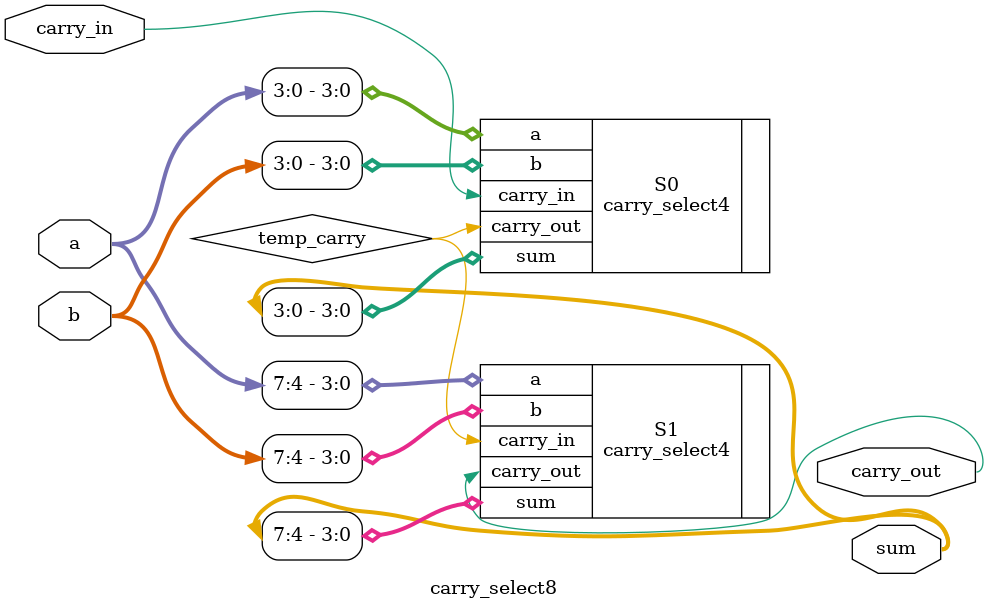
<source format=sv>

module carry_select8(
  input logic [7:0] a, b,
    input logic carry_in,
  output logic [7:0] sum,
    output logic carry_out
);
logic temp_carry;
  

  carry_select4 S0 (.a(a[3:0]), .b(b[3:0]), .carry_in(carry_in), .sum(sum[3:0]), .carry_out(temp_carry));
  carry_select4 S1 (.a(a[7:4]), .b(b[7:4]), .carry_in(temp_carry), .sum(sum[7:4]), .carry_out(carry_out));



endmodule















</source>
